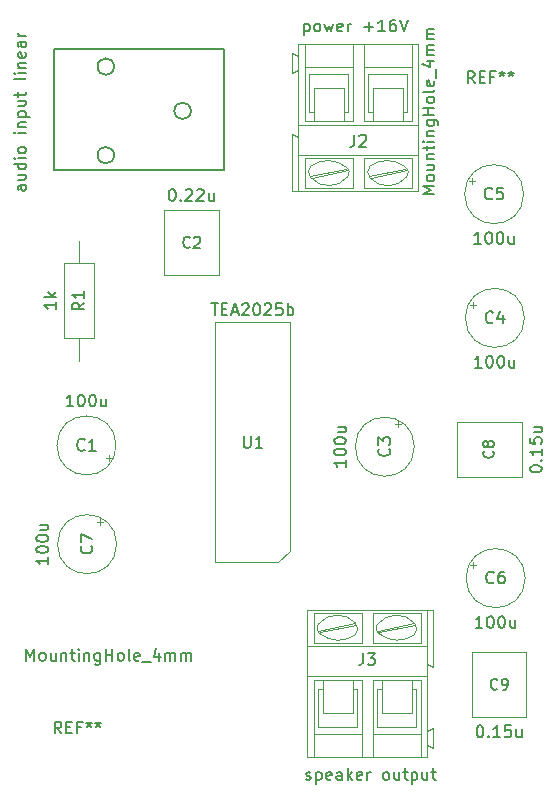
<source format=gbr>
G04 #@! TF.GenerationSoftware,KiCad,Pcbnew,5.0.2-5.fc29*
G04 #@! TF.CreationDate,2019-04-05T16:49:51+02:00*
G04 #@! TF.ProjectId,tea2025b_amp,74656132-3032-4356-925f-616d702e6b69,v1.0*
G04 #@! TF.SameCoordinates,Original*
G04 #@! TF.FileFunction,Other,Fab,Top*
%FSLAX46Y46*%
G04 Gerber Fmt 4.6, Leading zero omitted, Abs format (unit mm)*
G04 Created by KiCad (PCBNEW 5.0.2-5.fc29) date pią, 5 kwi 2019, 16:49:51*
%MOMM*%
%LPD*%
G01*
G04 APERTURE LIST*
%ADD10C,0.100000*%
%ADD11C,0.150000*%
%ADD12C,0.138000*%
G04 APERTURE END LIST*
D10*
G04 #@! TO.C,J3*
X152361028Y-112352801D02*
G75*
G03X152504000Y-113281500I432972J-408699D01*
G01*
X155463976Y-112339966D02*
G75*
G03X152304000Y-112411500I-1549976J-1361534D01*
G01*
X152464171Y-113252918D02*
G75*
G03X155454000Y-113291500I1519829J1911418D01*
G01*
X155409620Y-113325496D02*
G75*
G03X155454000Y-112361500I-455620J503996D01*
G01*
X157361028Y-112352801D02*
G75*
G03X157504000Y-113281500I432972J-408699D01*
G01*
X160462239Y-112349813D02*
G75*
G03X157314000Y-112411500I-1548239J-1351687D01*
G01*
X157471667Y-113243237D02*
G75*
G03X160454000Y-113291500I1522333J1901737D01*
G01*
X160409532Y-113335495D02*
G75*
G03X160464000Y-112361500I-455532J513995D01*
G01*
X157284000Y-117161500D02*
X160594000Y-117161500D01*
X156904000Y-117161500D02*
X157284000Y-117161500D01*
X160974000Y-117161500D02*
X160594000Y-117161500D01*
X160594000Y-116771500D02*
X157284000Y-116771500D01*
X161534000Y-116771500D02*
X160594000Y-116771500D01*
X155584000Y-116771500D02*
X157284000Y-116771500D01*
X152284000Y-116771500D02*
X155584000Y-116771500D01*
X151344000Y-116771500D02*
X152284000Y-116771500D01*
X155584000Y-117161500D02*
X152284000Y-117161500D01*
X155964000Y-117161500D02*
X155584000Y-117161500D01*
X151904000Y-117161500D02*
X152284000Y-117161500D01*
X152434000Y-113091500D02*
X155484000Y-112461500D01*
X152304000Y-112961500D02*
X155364000Y-112331500D01*
X157444000Y-113091500D02*
X160484000Y-112461500D01*
X157314000Y-112961500D02*
X160364000Y-112331500D01*
X155964000Y-111441500D02*
X151904000Y-111441500D01*
X151904000Y-113981500D02*
X151904000Y-111441500D01*
X155964000Y-113981500D02*
X151904000Y-113981500D01*
X155964000Y-113981500D02*
X155964000Y-111441500D01*
X160974000Y-113981500D02*
X156904000Y-113981500D01*
X160974000Y-111441500D02*
X160974000Y-113981500D01*
X156904000Y-111441500D02*
X160974000Y-111441500D01*
X156904000Y-113981500D02*
X156904000Y-111441500D01*
X161534000Y-114241500D02*
X161534000Y-115761500D01*
X151344000Y-114241500D02*
X151344000Y-111191500D01*
X151344000Y-114241500D02*
X161534000Y-114241500D01*
X161534000Y-116771500D02*
X161534000Y-121471500D01*
X161534000Y-115761500D02*
X161534000Y-116771500D01*
X151344000Y-116771500D02*
X151344000Y-114241500D01*
X151344000Y-123631500D02*
X151344000Y-116771500D01*
X160594000Y-117921500D02*
X160204000Y-117921500D01*
X157284000Y-117921500D02*
X157664000Y-117921500D01*
X155584000Y-117921500D02*
X155204000Y-117921500D01*
X152284000Y-117921500D02*
X152664000Y-117921500D01*
X152284000Y-121091500D02*
X152284000Y-117921500D01*
X155584000Y-121091500D02*
X152284000Y-121091500D01*
X155584000Y-121091500D02*
X155584000Y-117921500D01*
X157284000Y-121091500D02*
X157284000Y-117921500D01*
X160594000Y-121091500D02*
X157284000Y-121091500D01*
X160594000Y-121091500D02*
X160594000Y-117921500D01*
X151904000Y-121731500D02*
X151904000Y-123631500D01*
X155964000Y-121731500D02*
X155964000Y-117161500D01*
X155964000Y-121731500D02*
X151904000Y-121731500D01*
X160974000Y-121731500D02*
X160974000Y-123631500D01*
X156904000Y-121731500D02*
X156904000Y-117161500D01*
X156904000Y-121731500D02*
X160974000Y-121731500D01*
X151904000Y-123631500D02*
X155964000Y-123631500D01*
X151344000Y-123631500D02*
X151904000Y-123631500D01*
X151904000Y-117161500D02*
X151904000Y-121731500D01*
X155964000Y-123631500D02*
X156904000Y-123631500D01*
X155964000Y-123631500D02*
X155964000Y-121731500D01*
X160974000Y-123631500D02*
X161534000Y-123631500D01*
X156904000Y-123631500D02*
X160974000Y-123631500D01*
X160974000Y-117161500D02*
X160974000Y-121731500D01*
X156904000Y-123631500D02*
X156904000Y-121731500D01*
X162034000Y-121221500D02*
X162034000Y-122871500D01*
X161534000Y-121471500D02*
X161534000Y-122621500D01*
X162034000Y-121221500D02*
X161534000Y-121471500D01*
X161534000Y-122621500D02*
X161534000Y-123631500D01*
X162034000Y-122871500D02*
X161534000Y-122621500D01*
X162034000Y-116011500D02*
X161534000Y-115761500D01*
X162034000Y-111191500D02*
X162034000Y-116011500D01*
X161534000Y-111191500D02*
X162034000Y-111191500D01*
X161534000Y-111191500D02*
X151344000Y-111191500D01*
X161534000Y-111191500D02*
X161534000Y-114241500D01*
X157664000Y-119951500D02*
X157664000Y-117161500D01*
X157664000Y-117161500D02*
X160204000Y-117161500D01*
X160204000Y-119951500D02*
X160204000Y-117161500D01*
X157664000Y-119951500D02*
X160204000Y-119951500D01*
X152664000Y-119951500D02*
X152664000Y-117161500D01*
X152664000Y-117161500D02*
X155204000Y-117161500D01*
X155204000Y-119951500D02*
X155204000Y-117161500D01*
X152664000Y-119951500D02*
X155204000Y-119951500D01*
G04 #@! TO.C,J2*
X159438500Y-66992500D02*
X156898500Y-66992500D01*
X156898500Y-66992500D02*
X156898500Y-69782500D01*
X159438500Y-69782500D02*
X156898500Y-69782500D01*
X159438500Y-66992500D02*
X159438500Y-69782500D01*
X154438500Y-66992500D02*
X151898500Y-66992500D01*
X151898500Y-66992500D02*
X151898500Y-69782500D01*
X154438500Y-69782500D02*
X151898500Y-69782500D01*
X154438500Y-66992500D02*
X154438500Y-69782500D01*
X150568500Y-75752500D02*
X150568500Y-72702500D01*
X150568500Y-75752500D02*
X160758500Y-75752500D01*
X150568500Y-75752500D02*
X150068500Y-75752500D01*
X150068500Y-75752500D02*
X150068500Y-70932500D01*
X150068500Y-70932500D02*
X150568500Y-71182500D01*
X150068500Y-64072500D02*
X150568500Y-64322500D01*
X150568500Y-64322500D02*
X150568500Y-63312500D01*
X150068500Y-65722500D02*
X150568500Y-65472500D01*
X150568500Y-65472500D02*
X150568500Y-64322500D01*
X150068500Y-65722500D02*
X150068500Y-64072500D01*
X155198500Y-63312500D02*
X155198500Y-65212500D01*
X151128500Y-69782500D02*
X151128500Y-65212500D01*
X155198500Y-63312500D02*
X151128500Y-63312500D01*
X151128500Y-63312500D02*
X150568500Y-63312500D01*
X156138500Y-63312500D02*
X156138500Y-65212500D01*
X156138500Y-63312500D02*
X155198500Y-63312500D01*
X160198500Y-69782500D02*
X160198500Y-65212500D01*
X160758500Y-63312500D02*
X160198500Y-63312500D01*
X160198500Y-63312500D02*
X156138500Y-63312500D01*
X155198500Y-65212500D02*
X151128500Y-65212500D01*
X155198500Y-65212500D02*
X155198500Y-69782500D01*
X151128500Y-65212500D02*
X151128500Y-63312500D01*
X156138500Y-65212500D02*
X160198500Y-65212500D01*
X156138500Y-65212500D02*
X156138500Y-69782500D01*
X160198500Y-65212500D02*
X160198500Y-63312500D01*
X151508500Y-65852500D02*
X151508500Y-69022500D01*
X151508500Y-65852500D02*
X154818500Y-65852500D01*
X154818500Y-65852500D02*
X154818500Y-69022500D01*
X156518500Y-65852500D02*
X156518500Y-69022500D01*
X156518500Y-65852500D02*
X159818500Y-65852500D01*
X159818500Y-65852500D02*
X159818500Y-69022500D01*
X159818500Y-69022500D02*
X159438500Y-69022500D01*
X156518500Y-69022500D02*
X156898500Y-69022500D01*
X154818500Y-69022500D02*
X154438500Y-69022500D01*
X151508500Y-69022500D02*
X151898500Y-69022500D01*
X160758500Y-63312500D02*
X160758500Y-70172500D01*
X160758500Y-70172500D02*
X160758500Y-72702500D01*
X150568500Y-71182500D02*
X150568500Y-70172500D01*
X150568500Y-70172500D02*
X150568500Y-65472500D01*
X160758500Y-72702500D02*
X150568500Y-72702500D01*
X160758500Y-72702500D02*
X160758500Y-75752500D01*
X150568500Y-72702500D02*
X150568500Y-71182500D01*
X155198500Y-72962500D02*
X155198500Y-75502500D01*
X155198500Y-75502500D02*
X151128500Y-75502500D01*
X151128500Y-75502500D02*
X151128500Y-72962500D01*
X151128500Y-72962500D02*
X155198500Y-72962500D01*
X156138500Y-72962500D02*
X156138500Y-75502500D01*
X156138500Y-72962500D02*
X160198500Y-72962500D01*
X160198500Y-72962500D02*
X160198500Y-75502500D01*
X156138500Y-75502500D02*
X160198500Y-75502500D01*
X154788500Y-73982500D02*
X151738500Y-74612500D01*
X154658500Y-73852500D02*
X151618500Y-74482500D01*
X159798500Y-73982500D02*
X156738500Y-74612500D01*
X159668500Y-73852500D02*
X156618500Y-74482500D01*
X160198500Y-69782500D02*
X159818500Y-69782500D01*
X156138500Y-69782500D02*
X156518500Y-69782500D01*
X156518500Y-69782500D02*
X159818500Y-69782500D01*
X160758500Y-70172500D02*
X159818500Y-70172500D01*
X159818500Y-70172500D02*
X156518500Y-70172500D01*
X156518500Y-70172500D02*
X154818500Y-70172500D01*
X150568500Y-70172500D02*
X151508500Y-70172500D01*
X151508500Y-70172500D02*
X154818500Y-70172500D01*
X151128500Y-69782500D02*
X151508500Y-69782500D01*
X155198500Y-69782500D02*
X154818500Y-69782500D01*
X154818500Y-69782500D02*
X151508500Y-69782500D01*
X151692968Y-73608505D02*
G75*
G03X151638500Y-74582500I455532J-513995D01*
G01*
X154630833Y-73700763D02*
G75*
G03X151648500Y-73652500I-1522333J-1901737D01*
G01*
X151640261Y-74594187D02*
G75*
G03X154788500Y-74532500I1548239J1351687D01*
G01*
X154741472Y-74591199D02*
G75*
G03X154598500Y-73662500I-432972J408699D01*
G01*
X156692880Y-73618504D02*
G75*
G03X156648500Y-74582500I455620J-503996D01*
G01*
X159638329Y-73691082D02*
G75*
G03X156648500Y-73652500I-1519829J-1911418D01*
G01*
X156638524Y-74604034D02*
G75*
G03X159798500Y-74532500I1549976J1361534D01*
G01*
X159741472Y-74591199D02*
G75*
G03X159598500Y-73662500I-432972J408699D01*
G01*
D11*
G04 #@! TO.C,J1*
X135002500Y-65211000D02*
G75*
G03X135002500Y-65211000I-700000J0D01*
G01*
X135002500Y-72711000D02*
G75*
G03X135002500Y-72711000I-700000J0D01*
G01*
X141502500Y-68961000D02*
G75*
G03X141502500Y-68961000I-700000J0D01*
G01*
X129952500Y-73961000D02*
X129952500Y-63811000D01*
X144302500Y-73961000D02*
X144302500Y-63811000D01*
X129933700Y-73961000D02*
X144259300Y-73961000D01*
X129933700Y-63761000D02*
X144310100Y-63761000D01*
D10*
G04 #@! TO.C,C2*
X139261500Y-82887000D02*
X143861500Y-82887000D01*
X139261500Y-77387000D02*
X139261500Y-82887000D01*
X143861500Y-77387000D02*
X139261500Y-77387000D01*
X143861500Y-82887000D02*
X143861500Y-77387000D01*
G04 #@! TO.C,C7*
X134052500Y-103764395D02*
X133552500Y-103764395D01*
X133802500Y-103514395D02*
X133802500Y-104014395D01*
X135215000Y-105648000D02*
G75*
G03X135215000Y-105648000I-2500000J0D01*
G01*
G04 #@! TO.C,C6*
X165422895Y-107184000D02*
X165422895Y-107684000D01*
X165172895Y-107434000D02*
X165672895Y-107434000D01*
X169806500Y-108521500D02*
G75*
G03X169806500Y-108521500I-2500000J0D01*
G01*
G04 #@! TO.C,C5*
X165295895Y-74672000D02*
X165295895Y-75172000D01*
X165045895Y-74922000D02*
X165545895Y-74922000D01*
X169679500Y-76009500D02*
G75*
G03X169679500Y-76009500I-2500000J0D01*
G01*
G04 #@! TO.C,C4*
X165359395Y-85149500D02*
X165359395Y-85649500D01*
X165109395Y-85399500D02*
X165609395Y-85399500D01*
X169743000Y-86487000D02*
G75*
G03X169743000Y-86487000I-2500000J0D01*
G01*
G04 #@! TO.C,C3*
X159262000Y-95509395D02*
X158762000Y-95509395D01*
X159012000Y-95259395D02*
X159012000Y-95759395D01*
X160424500Y-97393000D02*
G75*
G03X160424500Y-97393000I-2500000J0D01*
G01*
G04 #@! TO.C,C1*
X134551105Y-98619500D02*
X134551105Y-98119500D01*
X134801105Y-98369500D02*
X134301105Y-98369500D01*
X135167500Y-97282000D02*
G75*
G03X135167500Y-97282000I-2500000J0D01*
G01*
G04 #@! TO.C,C9*
X169920000Y-114788500D02*
X165320000Y-114788500D01*
X169920000Y-120288500D02*
X169920000Y-114788500D01*
X165320000Y-120288500D02*
X169920000Y-120288500D01*
X165320000Y-114788500D02*
X165320000Y-120288500D01*
G04 #@! TO.C,C8*
X164001000Y-95319500D02*
X164001000Y-99919500D01*
X169501000Y-95319500D02*
X164001000Y-95319500D01*
X169501000Y-99919500D02*
X169501000Y-95319500D01*
X164001000Y-99919500D02*
X169501000Y-99919500D01*
G04 #@! TO.C,R1*
X132016500Y-90107000D02*
X132016500Y-88177000D01*
X132016500Y-79947000D02*
X132016500Y-81877000D01*
X133266500Y-88177000D02*
X133266500Y-81877000D01*
X130766500Y-88177000D02*
X133266500Y-88177000D01*
X130766500Y-81877000D02*
X130766500Y-88177000D01*
X133266500Y-81877000D02*
X130766500Y-81877000D01*
G04 #@! TO.C,U1*
X149923500Y-106188000D02*
X148923500Y-107188000D01*
X149923500Y-86868000D02*
X149923500Y-106188000D01*
X143573500Y-86868000D02*
X149923500Y-86868000D01*
X143573500Y-107188000D02*
X143573500Y-86868000D01*
X148923500Y-107188000D02*
X143573500Y-107188000D01*
G04 #@! TD*
G04 #@! TO.C,J3*
D11*
X151251619Y-125566261D02*
X151346857Y-125613880D01*
X151537333Y-125613880D01*
X151632571Y-125566261D01*
X151680190Y-125471023D01*
X151680190Y-125423404D01*
X151632571Y-125328166D01*
X151537333Y-125280547D01*
X151394476Y-125280547D01*
X151299238Y-125232928D01*
X151251619Y-125137690D01*
X151251619Y-125090071D01*
X151299238Y-124994833D01*
X151394476Y-124947214D01*
X151537333Y-124947214D01*
X151632571Y-124994833D01*
X152108761Y-124947214D02*
X152108761Y-125947214D01*
X152108761Y-124994833D02*
X152204000Y-124947214D01*
X152394476Y-124947214D01*
X152489714Y-124994833D01*
X152537333Y-125042452D01*
X152584952Y-125137690D01*
X152584952Y-125423404D01*
X152537333Y-125518642D01*
X152489714Y-125566261D01*
X152394476Y-125613880D01*
X152204000Y-125613880D01*
X152108761Y-125566261D01*
X153394476Y-125566261D02*
X153299238Y-125613880D01*
X153108761Y-125613880D01*
X153013523Y-125566261D01*
X152965904Y-125471023D01*
X152965904Y-125090071D01*
X153013523Y-124994833D01*
X153108761Y-124947214D01*
X153299238Y-124947214D01*
X153394476Y-124994833D01*
X153442095Y-125090071D01*
X153442095Y-125185309D01*
X152965904Y-125280547D01*
X154299238Y-125613880D02*
X154299238Y-125090071D01*
X154251619Y-124994833D01*
X154156380Y-124947214D01*
X153965904Y-124947214D01*
X153870666Y-124994833D01*
X154299238Y-125566261D02*
X154204000Y-125613880D01*
X153965904Y-125613880D01*
X153870666Y-125566261D01*
X153823047Y-125471023D01*
X153823047Y-125375785D01*
X153870666Y-125280547D01*
X153965904Y-125232928D01*
X154204000Y-125232928D01*
X154299238Y-125185309D01*
X154775428Y-125613880D02*
X154775428Y-124613880D01*
X154870666Y-125232928D02*
X155156380Y-125613880D01*
X155156380Y-124947214D02*
X154775428Y-125328166D01*
X155965904Y-125566261D02*
X155870666Y-125613880D01*
X155680190Y-125613880D01*
X155584952Y-125566261D01*
X155537333Y-125471023D01*
X155537333Y-125090071D01*
X155584952Y-124994833D01*
X155680190Y-124947214D01*
X155870666Y-124947214D01*
X155965904Y-124994833D01*
X156013523Y-125090071D01*
X156013523Y-125185309D01*
X155537333Y-125280547D01*
X156442095Y-125613880D02*
X156442095Y-124947214D01*
X156442095Y-125137690D02*
X156489714Y-125042452D01*
X156537333Y-124994833D01*
X156632571Y-124947214D01*
X156727809Y-124947214D01*
X157965904Y-125613880D02*
X157870666Y-125566261D01*
X157823047Y-125518642D01*
X157775428Y-125423404D01*
X157775428Y-125137690D01*
X157823047Y-125042452D01*
X157870666Y-124994833D01*
X157965904Y-124947214D01*
X158108761Y-124947214D01*
X158204000Y-124994833D01*
X158251619Y-125042452D01*
X158299238Y-125137690D01*
X158299238Y-125423404D01*
X158251619Y-125518642D01*
X158204000Y-125566261D01*
X158108761Y-125613880D01*
X157965904Y-125613880D01*
X159156380Y-124947214D02*
X159156380Y-125613880D01*
X158727809Y-124947214D02*
X158727809Y-125471023D01*
X158775428Y-125566261D01*
X158870666Y-125613880D01*
X159013523Y-125613880D01*
X159108761Y-125566261D01*
X159156380Y-125518642D01*
X159489714Y-124947214D02*
X159870666Y-124947214D01*
X159632571Y-124613880D02*
X159632571Y-125471023D01*
X159680190Y-125566261D01*
X159775428Y-125613880D01*
X159870666Y-125613880D01*
X160204000Y-124947214D02*
X160204000Y-125947214D01*
X160204000Y-124994833D02*
X160299238Y-124947214D01*
X160489714Y-124947214D01*
X160584952Y-124994833D01*
X160632571Y-125042452D01*
X160680190Y-125137690D01*
X160680190Y-125423404D01*
X160632571Y-125518642D01*
X160584952Y-125566261D01*
X160489714Y-125613880D01*
X160299238Y-125613880D01*
X160204000Y-125566261D01*
X161537333Y-124947214D02*
X161537333Y-125613880D01*
X161108761Y-124947214D02*
X161108761Y-125471023D01*
X161156380Y-125566261D01*
X161251619Y-125613880D01*
X161394476Y-125613880D01*
X161489714Y-125566261D01*
X161537333Y-125518642D01*
X161870666Y-124947214D02*
X162251619Y-124947214D01*
X162013523Y-124613880D02*
X162013523Y-125471023D01*
X162061142Y-125566261D01*
X162156380Y-125613880D01*
X162251619Y-125613880D01*
X156090666Y-114863880D02*
X156090666Y-115578166D01*
X156043047Y-115721023D01*
X155947809Y-115816261D01*
X155804952Y-115863880D01*
X155709714Y-115863880D01*
X156471619Y-114863880D02*
X157090666Y-114863880D01*
X156757333Y-115244833D01*
X156900190Y-115244833D01*
X156995428Y-115292452D01*
X157043047Y-115340071D01*
X157090666Y-115435309D01*
X157090666Y-115673404D01*
X157043047Y-115768642D01*
X156995428Y-115816261D01*
X156900190Y-115863880D01*
X156614476Y-115863880D01*
X156519238Y-115816261D01*
X156471619Y-115768642D01*
G04 #@! TO.C,J2*
X151088976Y-61568214D02*
X151088976Y-62568214D01*
X151088976Y-61615833D02*
X151184214Y-61568214D01*
X151374690Y-61568214D01*
X151469928Y-61615833D01*
X151517547Y-61663452D01*
X151565166Y-61758690D01*
X151565166Y-62044404D01*
X151517547Y-62139642D01*
X151469928Y-62187261D01*
X151374690Y-62234880D01*
X151184214Y-62234880D01*
X151088976Y-62187261D01*
X152136595Y-62234880D02*
X152041357Y-62187261D01*
X151993738Y-62139642D01*
X151946119Y-62044404D01*
X151946119Y-61758690D01*
X151993738Y-61663452D01*
X152041357Y-61615833D01*
X152136595Y-61568214D01*
X152279452Y-61568214D01*
X152374690Y-61615833D01*
X152422309Y-61663452D01*
X152469928Y-61758690D01*
X152469928Y-62044404D01*
X152422309Y-62139642D01*
X152374690Y-62187261D01*
X152279452Y-62234880D01*
X152136595Y-62234880D01*
X152803261Y-61568214D02*
X152993738Y-62234880D01*
X153184214Y-61758690D01*
X153374690Y-62234880D01*
X153565166Y-61568214D01*
X154327071Y-62187261D02*
X154231833Y-62234880D01*
X154041357Y-62234880D01*
X153946119Y-62187261D01*
X153898500Y-62092023D01*
X153898500Y-61711071D01*
X153946119Y-61615833D01*
X154041357Y-61568214D01*
X154231833Y-61568214D01*
X154327071Y-61615833D01*
X154374690Y-61711071D01*
X154374690Y-61806309D01*
X153898500Y-61901547D01*
X154803261Y-62234880D02*
X154803261Y-61568214D01*
X154803261Y-61758690D02*
X154850880Y-61663452D01*
X154898500Y-61615833D01*
X154993738Y-61568214D01*
X155088976Y-61568214D01*
X156184214Y-61853928D02*
X156946119Y-61853928D01*
X156565166Y-62234880D02*
X156565166Y-61472976D01*
X157946119Y-62234880D02*
X157374690Y-62234880D01*
X157660404Y-62234880D02*
X157660404Y-61234880D01*
X157565166Y-61377738D01*
X157469928Y-61472976D01*
X157374690Y-61520595D01*
X158803261Y-61234880D02*
X158612785Y-61234880D01*
X158517547Y-61282500D01*
X158469928Y-61330119D01*
X158374690Y-61472976D01*
X158327071Y-61663452D01*
X158327071Y-62044404D01*
X158374690Y-62139642D01*
X158422309Y-62187261D01*
X158517547Y-62234880D01*
X158708023Y-62234880D01*
X158803261Y-62187261D01*
X158850880Y-62139642D01*
X158898500Y-62044404D01*
X158898500Y-61806309D01*
X158850880Y-61711071D01*
X158803261Y-61663452D01*
X158708023Y-61615833D01*
X158517547Y-61615833D01*
X158422309Y-61663452D01*
X158374690Y-61711071D01*
X158327071Y-61806309D01*
X159184214Y-61234880D02*
X159517547Y-62234880D01*
X159850880Y-61234880D01*
X155345166Y-70984880D02*
X155345166Y-71699166D01*
X155297547Y-71842023D01*
X155202309Y-71937261D01*
X155059452Y-71984880D01*
X154964214Y-71984880D01*
X155773738Y-71080119D02*
X155821357Y-71032500D01*
X155916595Y-70984880D01*
X156154690Y-70984880D01*
X156249928Y-71032500D01*
X156297547Y-71080119D01*
X156345166Y-71175357D01*
X156345166Y-71270595D01*
X156297547Y-71413452D01*
X155726119Y-71984880D01*
X156345166Y-71984880D01*
G04 #@! TO.C,J1*
X127541280Y-75254666D02*
X127017471Y-75254666D01*
X126922233Y-75302285D01*
X126874614Y-75397523D01*
X126874614Y-75588000D01*
X126922233Y-75683238D01*
X127493661Y-75254666D02*
X127541280Y-75349904D01*
X127541280Y-75588000D01*
X127493661Y-75683238D01*
X127398423Y-75730857D01*
X127303185Y-75730857D01*
X127207947Y-75683238D01*
X127160328Y-75588000D01*
X127160328Y-75349904D01*
X127112709Y-75254666D01*
X126874614Y-74349904D02*
X127541280Y-74349904D01*
X126874614Y-74778476D02*
X127398423Y-74778476D01*
X127493661Y-74730857D01*
X127541280Y-74635619D01*
X127541280Y-74492761D01*
X127493661Y-74397523D01*
X127446042Y-74349904D01*
X127541280Y-73445142D02*
X126541280Y-73445142D01*
X127493661Y-73445142D02*
X127541280Y-73540380D01*
X127541280Y-73730857D01*
X127493661Y-73826095D01*
X127446042Y-73873714D01*
X127350804Y-73921333D01*
X127065090Y-73921333D01*
X126969852Y-73873714D01*
X126922233Y-73826095D01*
X126874614Y-73730857D01*
X126874614Y-73540380D01*
X126922233Y-73445142D01*
X127541280Y-72968952D02*
X126874614Y-72968952D01*
X126541280Y-72968952D02*
X126588900Y-73016571D01*
X126636519Y-72968952D01*
X126588900Y-72921333D01*
X126541280Y-72968952D01*
X126636519Y-72968952D01*
X127541280Y-72349904D02*
X127493661Y-72445142D01*
X127446042Y-72492761D01*
X127350804Y-72540380D01*
X127065090Y-72540380D01*
X126969852Y-72492761D01*
X126922233Y-72445142D01*
X126874614Y-72349904D01*
X126874614Y-72207047D01*
X126922233Y-72111809D01*
X126969852Y-72064190D01*
X127065090Y-72016571D01*
X127350804Y-72016571D01*
X127446042Y-72064190D01*
X127493661Y-72111809D01*
X127541280Y-72207047D01*
X127541280Y-72349904D01*
X127541280Y-70826095D02*
X126874614Y-70826095D01*
X126541280Y-70826095D02*
X126588900Y-70873714D01*
X126636519Y-70826095D01*
X126588900Y-70778476D01*
X126541280Y-70826095D01*
X126636519Y-70826095D01*
X126874614Y-70349904D02*
X127541280Y-70349904D01*
X126969852Y-70349904D02*
X126922233Y-70302285D01*
X126874614Y-70207047D01*
X126874614Y-70064190D01*
X126922233Y-69968952D01*
X127017471Y-69921333D01*
X127541280Y-69921333D01*
X126874614Y-69445142D02*
X127874614Y-69445142D01*
X126922233Y-69445142D02*
X126874614Y-69349904D01*
X126874614Y-69159428D01*
X126922233Y-69064190D01*
X126969852Y-69016571D01*
X127065090Y-68968952D01*
X127350804Y-68968952D01*
X127446042Y-69016571D01*
X127493661Y-69064190D01*
X127541280Y-69159428D01*
X127541280Y-69349904D01*
X127493661Y-69445142D01*
X126874614Y-68111809D02*
X127541280Y-68111809D01*
X126874614Y-68540380D02*
X127398423Y-68540380D01*
X127493661Y-68492761D01*
X127541280Y-68397523D01*
X127541280Y-68254666D01*
X127493661Y-68159428D01*
X127446042Y-68111809D01*
X126874614Y-67778476D02*
X126874614Y-67397523D01*
X126541280Y-67635619D02*
X127398423Y-67635619D01*
X127493661Y-67588000D01*
X127541280Y-67492761D01*
X127541280Y-67397523D01*
X127541280Y-66159428D02*
X127493661Y-66254666D01*
X127398423Y-66302285D01*
X126541280Y-66302285D01*
X127541280Y-65778476D02*
X126874614Y-65778476D01*
X126541280Y-65778476D02*
X126588900Y-65826095D01*
X126636519Y-65778476D01*
X126588900Y-65730857D01*
X126541280Y-65778476D01*
X126636519Y-65778476D01*
X126874614Y-65302285D02*
X127541280Y-65302285D01*
X126969852Y-65302285D02*
X126922233Y-65254666D01*
X126874614Y-65159428D01*
X126874614Y-65016571D01*
X126922233Y-64921333D01*
X127017471Y-64873714D01*
X127541280Y-64873714D01*
X127493661Y-64016571D02*
X127541280Y-64111809D01*
X127541280Y-64302285D01*
X127493661Y-64397523D01*
X127398423Y-64445142D01*
X127017471Y-64445142D01*
X126922233Y-64397523D01*
X126874614Y-64302285D01*
X126874614Y-64111809D01*
X126922233Y-64016571D01*
X127017471Y-63968952D01*
X127112709Y-63968952D01*
X127207947Y-64445142D01*
X127541280Y-63111809D02*
X127017471Y-63111809D01*
X126922233Y-63159428D01*
X126874614Y-63254666D01*
X126874614Y-63445142D01*
X126922233Y-63540380D01*
X127493661Y-63111809D02*
X127541280Y-63207047D01*
X127541280Y-63445142D01*
X127493661Y-63540380D01*
X127398423Y-63588000D01*
X127303185Y-63588000D01*
X127207947Y-63540380D01*
X127160328Y-63445142D01*
X127160328Y-63207047D01*
X127112709Y-63111809D01*
X127541280Y-62635619D02*
X126874614Y-62635619D01*
X127065090Y-62635619D02*
X126969852Y-62588000D01*
X126922233Y-62540380D01*
X126874614Y-62445142D01*
X126874614Y-62349904D01*
G04 #@! TO.C,C2*
X139871023Y-75589380D02*
X139966261Y-75589380D01*
X140061500Y-75637000D01*
X140109119Y-75684619D01*
X140156738Y-75779857D01*
X140204357Y-75970333D01*
X140204357Y-76208428D01*
X140156738Y-76398904D01*
X140109119Y-76494142D01*
X140061500Y-76541761D01*
X139966261Y-76589380D01*
X139871023Y-76589380D01*
X139775785Y-76541761D01*
X139728166Y-76494142D01*
X139680547Y-76398904D01*
X139632928Y-76208428D01*
X139632928Y-75970333D01*
X139680547Y-75779857D01*
X139728166Y-75684619D01*
X139775785Y-75637000D01*
X139871023Y-75589380D01*
X140632928Y-76494142D02*
X140680547Y-76541761D01*
X140632928Y-76589380D01*
X140585309Y-76541761D01*
X140632928Y-76494142D01*
X140632928Y-76589380D01*
X141061500Y-75684619D02*
X141109119Y-75637000D01*
X141204357Y-75589380D01*
X141442452Y-75589380D01*
X141537690Y-75637000D01*
X141585309Y-75684619D01*
X141632928Y-75779857D01*
X141632928Y-75875095D01*
X141585309Y-76017952D01*
X141013880Y-76589380D01*
X141632928Y-76589380D01*
X142013880Y-75684619D02*
X142061500Y-75637000D01*
X142156738Y-75589380D01*
X142394833Y-75589380D01*
X142490071Y-75637000D01*
X142537690Y-75684619D01*
X142585309Y-75779857D01*
X142585309Y-75875095D01*
X142537690Y-76017952D01*
X141966261Y-76589380D01*
X142585309Y-76589380D01*
X143442452Y-75922714D02*
X143442452Y-76589380D01*
X143013880Y-75922714D02*
X143013880Y-76446523D01*
X143061500Y-76541761D01*
X143156738Y-76589380D01*
X143299595Y-76589380D01*
X143394833Y-76541761D01*
X143442452Y-76494142D01*
D12*
X141408166Y-80465571D02*
X141364357Y-80509380D01*
X141232928Y-80553190D01*
X141145309Y-80553190D01*
X141013880Y-80509380D01*
X140926261Y-80421761D01*
X140882452Y-80334142D01*
X140838642Y-80158904D01*
X140838642Y-80027476D01*
X140882452Y-79852238D01*
X140926261Y-79764619D01*
X141013880Y-79677000D01*
X141145309Y-79633190D01*
X141232928Y-79633190D01*
X141364357Y-79677000D01*
X141408166Y-79720809D01*
X141758642Y-79720809D02*
X141802452Y-79677000D01*
X141890071Y-79633190D01*
X142109119Y-79633190D01*
X142196738Y-79677000D01*
X142240547Y-79720809D01*
X142284357Y-79808428D01*
X142284357Y-79896047D01*
X142240547Y-80027476D01*
X141714833Y-80553190D01*
X142284357Y-80553190D01*
G04 #@! TO.C,C7*
D11*
X129417380Y-106767047D02*
X129417380Y-107338476D01*
X129417380Y-107052761D02*
X128417380Y-107052761D01*
X128560238Y-107148000D01*
X128655476Y-107243238D01*
X128703095Y-107338476D01*
X128417380Y-106148000D02*
X128417380Y-106052761D01*
X128465000Y-105957523D01*
X128512619Y-105909904D01*
X128607857Y-105862285D01*
X128798333Y-105814666D01*
X129036428Y-105814666D01*
X129226904Y-105862285D01*
X129322142Y-105909904D01*
X129369761Y-105957523D01*
X129417380Y-106052761D01*
X129417380Y-106148000D01*
X129369761Y-106243238D01*
X129322142Y-106290857D01*
X129226904Y-106338476D01*
X129036428Y-106386095D01*
X128798333Y-106386095D01*
X128607857Y-106338476D01*
X128512619Y-106290857D01*
X128465000Y-106243238D01*
X128417380Y-106148000D01*
X128417380Y-105195619D02*
X128417380Y-105100380D01*
X128465000Y-105005142D01*
X128512619Y-104957523D01*
X128607857Y-104909904D01*
X128798333Y-104862285D01*
X129036428Y-104862285D01*
X129226904Y-104909904D01*
X129322142Y-104957523D01*
X129369761Y-105005142D01*
X129417380Y-105100380D01*
X129417380Y-105195619D01*
X129369761Y-105290857D01*
X129322142Y-105338476D01*
X129226904Y-105386095D01*
X129036428Y-105433714D01*
X128798333Y-105433714D01*
X128607857Y-105386095D01*
X128512619Y-105338476D01*
X128465000Y-105290857D01*
X128417380Y-105195619D01*
X128750714Y-104005142D02*
X129417380Y-104005142D01*
X128750714Y-104433714D02*
X129274523Y-104433714D01*
X129369761Y-104386095D01*
X129417380Y-104290857D01*
X129417380Y-104148000D01*
X129369761Y-104052761D01*
X129322142Y-104005142D01*
X133072142Y-105814666D02*
X133119761Y-105862285D01*
X133167380Y-106005142D01*
X133167380Y-106100380D01*
X133119761Y-106243238D01*
X133024523Y-106338476D01*
X132929285Y-106386095D01*
X132738809Y-106433714D01*
X132595952Y-106433714D01*
X132405476Y-106386095D01*
X132310238Y-106338476D01*
X132215000Y-106243238D01*
X132167380Y-106100380D01*
X132167380Y-106005142D01*
X132215000Y-105862285D01*
X132262619Y-105814666D01*
X132167380Y-105481333D02*
X132167380Y-104814666D01*
X133167380Y-105243238D01*
G04 #@! TO.C,C6*
X166187452Y-112723880D02*
X165616023Y-112723880D01*
X165901738Y-112723880D02*
X165901738Y-111723880D01*
X165806500Y-111866738D01*
X165711261Y-111961976D01*
X165616023Y-112009595D01*
X166806500Y-111723880D02*
X166901738Y-111723880D01*
X166996976Y-111771500D01*
X167044595Y-111819119D01*
X167092214Y-111914357D01*
X167139833Y-112104833D01*
X167139833Y-112342928D01*
X167092214Y-112533404D01*
X167044595Y-112628642D01*
X166996976Y-112676261D01*
X166901738Y-112723880D01*
X166806500Y-112723880D01*
X166711261Y-112676261D01*
X166663642Y-112628642D01*
X166616023Y-112533404D01*
X166568404Y-112342928D01*
X166568404Y-112104833D01*
X166616023Y-111914357D01*
X166663642Y-111819119D01*
X166711261Y-111771500D01*
X166806500Y-111723880D01*
X167758880Y-111723880D02*
X167854119Y-111723880D01*
X167949357Y-111771500D01*
X167996976Y-111819119D01*
X168044595Y-111914357D01*
X168092214Y-112104833D01*
X168092214Y-112342928D01*
X168044595Y-112533404D01*
X167996976Y-112628642D01*
X167949357Y-112676261D01*
X167854119Y-112723880D01*
X167758880Y-112723880D01*
X167663642Y-112676261D01*
X167616023Y-112628642D01*
X167568404Y-112533404D01*
X167520785Y-112342928D01*
X167520785Y-112104833D01*
X167568404Y-111914357D01*
X167616023Y-111819119D01*
X167663642Y-111771500D01*
X167758880Y-111723880D01*
X168949357Y-112057214D02*
X168949357Y-112723880D01*
X168520785Y-112057214D02*
X168520785Y-112581023D01*
X168568404Y-112676261D01*
X168663642Y-112723880D01*
X168806500Y-112723880D01*
X168901738Y-112676261D01*
X168949357Y-112628642D01*
X167139833Y-108878642D02*
X167092214Y-108926261D01*
X166949357Y-108973880D01*
X166854119Y-108973880D01*
X166711261Y-108926261D01*
X166616023Y-108831023D01*
X166568404Y-108735785D01*
X166520785Y-108545309D01*
X166520785Y-108402452D01*
X166568404Y-108211976D01*
X166616023Y-108116738D01*
X166711261Y-108021500D01*
X166854119Y-107973880D01*
X166949357Y-107973880D01*
X167092214Y-108021500D01*
X167139833Y-108069119D01*
X167996976Y-107973880D02*
X167806500Y-107973880D01*
X167711261Y-108021500D01*
X167663642Y-108069119D01*
X167568404Y-108211976D01*
X167520785Y-108402452D01*
X167520785Y-108783404D01*
X167568404Y-108878642D01*
X167616023Y-108926261D01*
X167711261Y-108973880D01*
X167901738Y-108973880D01*
X167996976Y-108926261D01*
X168044595Y-108878642D01*
X168092214Y-108783404D01*
X168092214Y-108545309D01*
X168044595Y-108450071D01*
X167996976Y-108402452D01*
X167901738Y-108354833D01*
X167711261Y-108354833D01*
X167616023Y-108402452D01*
X167568404Y-108450071D01*
X167520785Y-108545309D01*
G04 #@! TO.C,C5*
X166060452Y-80211880D02*
X165489023Y-80211880D01*
X165774738Y-80211880D02*
X165774738Y-79211880D01*
X165679500Y-79354738D01*
X165584261Y-79449976D01*
X165489023Y-79497595D01*
X166679500Y-79211880D02*
X166774738Y-79211880D01*
X166869976Y-79259500D01*
X166917595Y-79307119D01*
X166965214Y-79402357D01*
X167012833Y-79592833D01*
X167012833Y-79830928D01*
X166965214Y-80021404D01*
X166917595Y-80116642D01*
X166869976Y-80164261D01*
X166774738Y-80211880D01*
X166679500Y-80211880D01*
X166584261Y-80164261D01*
X166536642Y-80116642D01*
X166489023Y-80021404D01*
X166441404Y-79830928D01*
X166441404Y-79592833D01*
X166489023Y-79402357D01*
X166536642Y-79307119D01*
X166584261Y-79259500D01*
X166679500Y-79211880D01*
X167631880Y-79211880D02*
X167727119Y-79211880D01*
X167822357Y-79259500D01*
X167869976Y-79307119D01*
X167917595Y-79402357D01*
X167965214Y-79592833D01*
X167965214Y-79830928D01*
X167917595Y-80021404D01*
X167869976Y-80116642D01*
X167822357Y-80164261D01*
X167727119Y-80211880D01*
X167631880Y-80211880D01*
X167536642Y-80164261D01*
X167489023Y-80116642D01*
X167441404Y-80021404D01*
X167393785Y-79830928D01*
X167393785Y-79592833D01*
X167441404Y-79402357D01*
X167489023Y-79307119D01*
X167536642Y-79259500D01*
X167631880Y-79211880D01*
X168822357Y-79545214D02*
X168822357Y-80211880D01*
X168393785Y-79545214D02*
X168393785Y-80069023D01*
X168441404Y-80164261D01*
X168536642Y-80211880D01*
X168679500Y-80211880D01*
X168774738Y-80164261D01*
X168822357Y-80116642D01*
X167012833Y-76366642D02*
X166965214Y-76414261D01*
X166822357Y-76461880D01*
X166727119Y-76461880D01*
X166584261Y-76414261D01*
X166489023Y-76319023D01*
X166441404Y-76223785D01*
X166393785Y-76033309D01*
X166393785Y-75890452D01*
X166441404Y-75699976D01*
X166489023Y-75604738D01*
X166584261Y-75509500D01*
X166727119Y-75461880D01*
X166822357Y-75461880D01*
X166965214Y-75509500D01*
X167012833Y-75557119D01*
X167917595Y-75461880D02*
X167441404Y-75461880D01*
X167393785Y-75938071D01*
X167441404Y-75890452D01*
X167536642Y-75842833D01*
X167774738Y-75842833D01*
X167869976Y-75890452D01*
X167917595Y-75938071D01*
X167965214Y-76033309D01*
X167965214Y-76271404D01*
X167917595Y-76366642D01*
X167869976Y-76414261D01*
X167774738Y-76461880D01*
X167536642Y-76461880D01*
X167441404Y-76414261D01*
X167393785Y-76366642D01*
G04 #@! TO.C,C4*
X166123952Y-90689380D02*
X165552523Y-90689380D01*
X165838238Y-90689380D02*
X165838238Y-89689380D01*
X165743000Y-89832238D01*
X165647761Y-89927476D01*
X165552523Y-89975095D01*
X166743000Y-89689380D02*
X166838238Y-89689380D01*
X166933476Y-89737000D01*
X166981095Y-89784619D01*
X167028714Y-89879857D01*
X167076333Y-90070333D01*
X167076333Y-90308428D01*
X167028714Y-90498904D01*
X166981095Y-90594142D01*
X166933476Y-90641761D01*
X166838238Y-90689380D01*
X166743000Y-90689380D01*
X166647761Y-90641761D01*
X166600142Y-90594142D01*
X166552523Y-90498904D01*
X166504904Y-90308428D01*
X166504904Y-90070333D01*
X166552523Y-89879857D01*
X166600142Y-89784619D01*
X166647761Y-89737000D01*
X166743000Y-89689380D01*
X167695380Y-89689380D02*
X167790619Y-89689380D01*
X167885857Y-89737000D01*
X167933476Y-89784619D01*
X167981095Y-89879857D01*
X168028714Y-90070333D01*
X168028714Y-90308428D01*
X167981095Y-90498904D01*
X167933476Y-90594142D01*
X167885857Y-90641761D01*
X167790619Y-90689380D01*
X167695380Y-90689380D01*
X167600142Y-90641761D01*
X167552523Y-90594142D01*
X167504904Y-90498904D01*
X167457285Y-90308428D01*
X167457285Y-90070333D01*
X167504904Y-89879857D01*
X167552523Y-89784619D01*
X167600142Y-89737000D01*
X167695380Y-89689380D01*
X168885857Y-90022714D02*
X168885857Y-90689380D01*
X168457285Y-90022714D02*
X168457285Y-90546523D01*
X168504904Y-90641761D01*
X168600142Y-90689380D01*
X168743000Y-90689380D01*
X168838238Y-90641761D01*
X168885857Y-90594142D01*
X167076333Y-86844142D02*
X167028714Y-86891761D01*
X166885857Y-86939380D01*
X166790619Y-86939380D01*
X166647761Y-86891761D01*
X166552523Y-86796523D01*
X166504904Y-86701285D01*
X166457285Y-86510809D01*
X166457285Y-86367952D01*
X166504904Y-86177476D01*
X166552523Y-86082238D01*
X166647761Y-85987000D01*
X166790619Y-85939380D01*
X166885857Y-85939380D01*
X167028714Y-85987000D01*
X167076333Y-86034619D01*
X167933476Y-86272714D02*
X167933476Y-86939380D01*
X167695380Y-85891761D02*
X167457285Y-86606047D01*
X168076333Y-86606047D01*
G04 #@! TO.C,C3*
X154626880Y-98512047D02*
X154626880Y-99083476D01*
X154626880Y-98797761D02*
X153626880Y-98797761D01*
X153769738Y-98893000D01*
X153864976Y-98988238D01*
X153912595Y-99083476D01*
X153626880Y-97893000D02*
X153626880Y-97797761D01*
X153674500Y-97702523D01*
X153722119Y-97654904D01*
X153817357Y-97607285D01*
X154007833Y-97559666D01*
X154245928Y-97559666D01*
X154436404Y-97607285D01*
X154531642Y-97654904D01*
X154579261Y-97702523D01*
X154626880Y-97797761D01*
X154626880Y-97893000D01*
X154579261Y-97988238D01*
X154531642Y-98035857D01*
X154436404Y-98083476D01*
X154245928Y-98131095D01*
X154007833Y-98131095D01*
X153817357Y-98083476D01*
X153722119Y-98035857D01*
X153674500Y-97988238D01*
X153626880Y-97893000D01*
X153626880Y-96940619D02*
X153626880Y-96845380D01*
X153674500Y-96750142D01*
X153722119Y-96702523D01*
X153817357Y-96654904D01*
X154007833Y-96607285D01*
X154245928Y-96607285D01*
X154436404Y-96654904D01*
X154531642Y-96702523D01*
X154579261Y-96750142D01*
X154626880Y-96845380D01*
X154626880Y-96940619D01*
X154579261Y-97035857D01*
X154531642Y-97083476D01*
X154436404Y-97131095D01*
X154245928Y-97178714D01*
X154007833Y-97178714D01*
X153817357Y-97131095D01*
X153722119Y-97083476D01*
X153674500Y-97035857D01*
X153626880Y-96940619D01*
X153960214Y-95750142D02*
X154626880Y-95750142D01*
X153960214Y-96178714D02*
X154484023Y-96178714D01*
X154579261Y-96131095D01*
X154626880Y-96035857D01*
X154626880Y-95893000D01*
X154579261Y-95797761D01*
X154531642Y-95750142D01*
X158281642Y-97559666D02*
X158329261Y-97607285D01*
X158376880Y-97750142D01*
X158376880Y-97845380D01*
X158329261Y-97988238D01*
X158234023Y-98083476D01*
X158138785Y-98131095D01*
X157948309Y-98178714D01*
X157805452Y-98178714D01*
X157614976Y-98131095D01*
X157519738Y-98083476D01*
X157424500Y-97988238D01*
X157376880Y-97845380D01*
X157376880Y-97750142D01*
X157424500Y-97607285D01*
X157472119Y-97559666D01*
X157376880Y-97226333D02*
X157376880Y-96607285D01*
X157757833Y-96940619D01*
X157757833Y-96797761D01*
X157805452Y-96702523D01*
X157853071Y-96654904D01*
X157948309Y-96607285D01*
X158186404Y-96607285D01*
X158281642Y-96654904D01*
X158329261Y-96702523D01*
X158376880Y-96797761D01*
X158376880Y-97083476D01*
X158329261Y-97178714D01*
X158281642Y-97226333D01*
G04 #@! TO.C,C1*
X131548452Y-93984380D02*
X130977023Y-93984380D01*
X131262738Y-93984380D02*
X131262738Y-92984380D01*
X131167500Y-93127238D01*
X131072261Y-93222476D01*
X130977023Y-93270095D01*
X132167500Y-92984380D02*
X132262738Y-92984380D01*
X132357976Y-93032000D01*
X132405595Y-93079619D01*
X132453214Y-93174857D01*
X132500833Y-93365333D01*
X132500833Y-93603428D01*
X132453214Y-93793904D01*
X132405595Y-93889142D01*
X132357976Y-93936761D01*
X132262738Y-93984380D01*
X132167500Y-93984380D01*
X132072261Y-93936761D01*
X132024642Y-93889142D01*
X131977023Y-93793904D01*
X131929404Y-93603428D01*
X131929404Y-93365333D01*
X131977023Y-93174857D01*
X132024642Y-93079619D01*
X132072261Y-93032000D01*
X132167500Y-92984380D01*
X133119880Y-92984380D02*
X133215119Y-92984380D01*
X133310357Y-93032000D01*
X133357976Y-93079619D01*
X133405595Y-93174857D01*
X133453214Y-93365333D01*
X133453214Y-93603428D01*
X133405595Y-93793904D01*
X133357976Y-93889142D01*
X133310357Y-93936761D01*
X133215119Y-93984380D01*
X133119880Y-93984380D01*
X133024642Y-93936761D01*
X132977023Y-93889142D01*
X132929404Y-93793904D01*
X132881785Y-93603428D01*
X132881785Y-93365333D01*
X132929404Y-93174857D01*
X132977023Y-93079619D01*
X133024642Y-93032000D01*
X133119880Y-92984380D01*
X134310357Y-93317714D02*
X134310357Y-93984380D01*
X133881785Y-93317714D02*
X133881785Y-93841523D01*
X133929404Y-93936761D01*
X134024642Y-93984380D01*
X134167500Y-93984380D01*
X134262738Y-93936761D01*
X134310357Y-93889142D01*
X132500833Y-97639142D02*
X132453214Y-97686761D01*
X132310357Y-97734380D01*
X132215119Y-97734380D01*
X132072261Y-97686761D01*
X131977023Y-97591523D01*
X131929404Y-97496285D01*
X131881785Y-97305809D01*
X131881785Y-97162952D01*
X131929404Y-96972476D01*
X131977023Y-96877238D01*
X132072261Y-96782000D01*
X132215119Y-96734380D01*
X132310357Y-96734380D01*
X132453214Y-96782000D01*
X132500833Y-96829619D01*
X133453214Y-97734380D02*
X132881785Y-97734380D01*
X133167500Y-97734380D02*
X133167500Y-96734380D01*
X133072261Y-96877238D01*
X132977023Y-96972476D01*
X132881785Y-97020095D01*
G04 #@! TO.C,C9*
X165929523Y-120990880D02*
X166024761Y-120990880D01*
X166120000Y-121038500D01*
X166167619Y-121086119D01*
X166215238Y-121181357D01*
X166262857Y-121371833D01*
X166262857Y-121609928D01*
X166215238Y-121800404D01*
X166167619Y-121895642D01*
X166120000Y-121943261D01*
X166024761Y-121990880D01*
X165929523Y-121990880D01*
X165834285Y-121943261D01*
X165786666Y-121895642D01*
X165739047Y-121800404D01*
X165691428Y-121609928D01*
X165691428Y-121371833D01*
X165739047Y-121181357D01*
X165786666Y-121086119D01*
X165834285Y-121038500D01*
X165929523Y-120990880D01*
X166691428Y-121895642D02*
X166739047Y-121943261D01*
X166691428Y-121990880D01*
X166643809Y-121943261D01*
X166691428Y-121895642D01*
X166691428Y-121990880D01*
X167691428Y-121990880D02*
X167120000Y-121990880D01*
X167405714Y-121990880D02*
X167405714Y-120990880D01*
X167310476Y-121133738D01*
X167215238Y-121228976D01*
X167120000Y-121276595D01*
X168596190Y-120990880D02*
X168120000Y-120990880D01*
X168072380Y-121467071D01*
X168120000Y-121419452D01*
X168215238Y-121371833D01*
X168453333Y-121371833D01*
X168548571Y-121419452D01*
X168596190Y-121467071D01*
X168643809Y-121562309D01*
X168643809Y-121800404D01*
X168596190Y-121895642D01*
X168548571Y-121943261D01*
X168453333Y-121990880D01*
X168215238Y-121990880D01*
X168120000Y-121943261D01*
X168072380Y-121895642D01*
X169500952Y-121324214D02*
X169500952Y-121990880D01*
X169072380Y-121324214D02*
X169072380Y-121848023D01*
X169120000Y-121943261D01*
X169215238Y-121990880D01*
X169358095Y-121990880D01*
X169453333Y-121943261D01*
X169500952Y-121895642D01*
D12*
X167466666Y-117867071D02*
X167422857Y-117910880D01*
X167291428Y-117954690D01*
X167203809Y-117954690D01*
X167072380Y-117910880D01*
X166984761Y-117823261D01*
X166940952Y-117735642D01*
X166897142Y-117560404D01*
X166897142Y-117428976D01*
X166940952Y-117253738D01*
X166984761Y-117166119D01*
X167072380Y-117078500D01*
X167203809Y-117034690D01*
X167291428Y-117034690D01*
X167422857Y-117078500D01*
X167466666Y-117122309D01*
X167904761Y-117954690D02*
X168080000Y-117954690D01*
X168167619Y-117910880D01*
X168211428Y-117867071D01*
X168299047Y-117735642D01*
X168342857Y-117560404D01*
X168342857Y-117209928D01*
X168299047Y-117122309D01*
X168255238Y-117078500D01*
X168167619Y-117034690D01*
X167992380Y-117034690D01*
X167904761Y-117078500D01*
X167860952Y-117122309D01*
X167817142Y-117209928D01*
X167817142Y-117428976D01*
X167860952Y-117516595D01*
X167904761Y-117560404D01*
X167992380Y-117604214D01*
X168167619Y-117604214D01*
X168255238Y-117560404D01*
X168299047Y-117516595D01*
X168342857Y-117428976D01*
G04 #@! TO.C,C8*
D11*
X170203380Y-99309976D02*
X170203380Y-99214738D01*
X170251000Y-99119500D01*
X170298619Y-99071880D01*
X170393857Y-99024261D01*
X170584333Y-98976642D01*
X170822428Y-98976642D01*
X171012904Y-99024261D01*
X171108142Y-99071880D01*
X171155761Y-99119500D01*
X171203380Y-99214738D01*
X171203380Y-99309976D01*
X171155761Y-99405214D01*
X171108142Y-99452833D01*
X171012904Y-99500452D01*
X170822428Y-99548071D01*
X170584333Y-99548071D01*
X170393857Y-99500452D01*
X170298619Y-99452833D01*
X170251000Y-99405214D01*
X170203380Y-99309976D01*
X171108142Y-98548071D02*
X171155761Y-98500452D01*
X171203380Y-98548071D01*
X171155761Y-98595690D01*
X171108142Y-98548071D01*
X171203380Y-98548071D01*
X171203380Y-97548071D02*
X171203380Y-98119500D01*
X171203380Y-97833785D02*
X170203380Y-97833785D01*
X170346238Y-97929023D01*
X170441476Y-98024261D01*
X170489095Y-98119500D01*
X170203380Y-96643309D02*
X170203380Y-97119500D01*
X170679571Y-97167119D01*
X170631952Y-97119500D01*
X170584333Y-97024261D01*
X170584333Y-96786166D01*
X170631952Y-96690928D01*
X170679571Y-96643309D01*
X170774809Y-96595690D01*
X171012904Y-96595690D01*
X171108142Y-96643309D01*
X171155761Y-96690928D01*
X171203380Y-96786166D01*
X171203380Y-97024261D01*
X171155761Y-97119500D01*
X171108142Y-97167119D01*
X170536714Y-95738547D02*
X171203380Y-95738547D01*
X170536714Y-96167119D02*
X171060523Y-96167119D01*
X171155761Y-96119500D01*
X171203380Y-96024261D01*
X171203380Y-95881404D01*
X171155761Y-95786166D01*
X171108142Y-95738547D01*
D12*
X167079571Y-97772833D02*
X167123380Y-97816642D01*
X167167190Y-97948071D01*
X167167190Y-98035690D01*
X167123380Y-98167119D01*
X167035761Y-98254738D01*
X166948142Y-98298547D01*
X166772904Y-98342357D01*
X166641476Y-98342357D01*
X166466238Y-98298547D01*
X166378619Y-98254738D01*
X166291000Y-98167119D01*
X166247190Y-98035690D01*
X166247190Y-97948071D01*
X166291000Y-97816642D01*
X166334809Y-97772833D01*
X166641476Y-97247119D02*
X166597666Y-97334738D01*
X166553857Y-97378547D01*
X166466238Y-97422357D01*
X166422428Y-97422357D01*
X166334809Y-97378547D01*
X166291000Y-97334738D01*
X166247190Y-97247119D01*
X166247190Y-97071880D01*
X166291000Y-96984261D01*
X166334809Y-96940452D01*
X166422428Y-96896642D01*
X166466238Y-96896642D01*
X166553857Y-96940452D01*
X166597666Y-96984261D01*
X166641476Y-97071880D01*
X166641476Y-97247119D01*
X166685285Y-97334738D01*
X166729095Y-97378547D01*
X166816714Y-97422357D01*
X166991952Y-97422357D01*
X167079571Y-97378547D01*
X167123380Y-97334738D01*
X167167190Y-97247119D01*
X167167190Y-97071880D01*
X167123380Y-96984261D01*
X167079571Y-96940452D01*
X166991952Y-96896642D01*
X166816714Y-96896642D01*
X166729095Y-96940452D01*
X166685285Y-96984261D01*
X166641476Y-97071880D01*
G04 #@! TO.C,R1*
D11*
X130098880Y-85146047D02*
X130098880Y-85717476D01*
X130098880Y-85431761D02*
X129098880Y-85431761D01*
X129241738Y-85527000D01*
X129336976Y-85622238D01*
X129384595Y-85717476D01*
X130098880Y-84717476D02*
X129098880Y-84717476D01*
X129717928Y-84622238D02*
X130098880Y-84336523D01*
X129432214Y-84336523D02*
X129813166Y-84717476D01*
X132468880Y-85193666D02*
X131992690Y-85527000D01*
X132468880Y-85765095D02*
X131468880Y-85765095D01*
X131468880Y-85384142D01*
X131516500Y-85288904D01*
X131564119Y-85241285D01*
X131659357Y-85193666D01*
X131802214Y-85193666D01*
X131897452Y-85241285D01*
X131945071Y-85288904D01*
X131992690Y-85384142D01*
X131992690Y-85765095D01*
X132468880Y-84241285D02*
X132468880Y-84812714D01*
X132468880Y-84527000D02*
X131468880Y-84527000D01*
X131611738Y-84622238D01*
X131706976Y-84717476D01*
X131754595Y-84812714D01*
G04 #@! TO.C,U1*
X143224690Y-85260380D02*
X143796119Y-85260380D01*
X143510404Y-86260380D02*
X143510404Y-85260380D01*
X144129452Y-85736571D02*
X144462785Y-85736571D01*
X144605642Y-86260380D02*
X144129452Y-86260380D01*
X144129452Y-85260380D01*
X144605642Y-85260380D01*
X144986595Y-85974666D02*
X145462785Y-85974666D01*
X144891357Y-86260380D02*
X145224690Y-85260380D01*
X145558023Y-86260380D01*
X145843738Y-85355619D02*
X145891357Y-85308000D01*
X145986595Y-85260380D01*
X146224690Y-85260380D01*
X146319928Y-85308000D01*
X146367547Y-85355619D01*
X146415166Y-85450857D01*
X146415166Y-85546095D01*
X146367547Y-85688952D01*
X145796119Y-86260380D01*
X146415166Y-86260380D01*
X147034214Y-85260380D02*
X147129452Y-85260380D01*
X147224690Y-85308000D01*
X147272309Y-85355619D01*
X147319928Y-85450857D01*
X147367547Y-85641333D01*
X147367547Y-85879428D01*
X147319928Y-86069904D01*
X147272309Y-86165142D01*
X147224690Y-86212761D01*
X147129452Y-86260380D01*
X147034214Y-86260380D01*
X146938976Y-86212761D01*
X146891357Y-86165142D01*
X146843738Y-86069904D01*
X146796119Y-85879428D01*
X146796119Y-85641333D01*
X146843738Y-85450857D01*
X146891357Y-85355619D01*
X146938976Y-85308000D01*
X147034214Y-85260380D01*
X147748500Y-85355619D02*
X147796119Y-85308000D01*
X147891357Y-85260380D01*
X148129452Y-85260380D01*
X148224690Y-85308000D01*
X148272309Y-85355619D01*
X148319928Y-85450857D01*
X148319928Y-85546095D01*
X148272309Y-85688952D01*
X147700880Y-86260380D01*
X148319928Y-86260380D01*
X149224690Y-85260380D02*
X148748500Y-85260380D01*
X148700880Y-85736571D01*
X148748500Y-85688952D01*
X148843738Y-85641333D01*
X149081833Y-85641333D01*
X149177071Y-85688952D01*
X149224690Y-85736571D01*
X149272309Y-85831809D01*
X149272309Y-86069904D01*
X149224690Y-86165142D01*
X149177071Y-86212761D01*
X149081833Y-86260380D01*
X148843738Y-86260380D01*
X148748500Y-86212761D01*
X148700880Y-86165142D01*
X149700880Y-86260380D02*
X149700880Y-85260380D01*
X149700880Y-85641333D02*
X149796119Y-85593714D01*
X149986595Y-85593714D01*
X150081833Y-85641333D01*
X150129452Y-85688952D01*
X150177071Y-85784190D01*
X150177071Y-86069904D01*
X150129452Y-86165142D01*
X150081833Y-86212761D01*
X149986595Y-86260380D01*
X149796119Y-86260380D01*
X149700880Y-86212761D01*
X145986595Y-96480380D02*
X145986595Y-97289904D01*
X146034214Y-97385142D01*
X146081833Y-97432761D01*
X146177071Y-97480380D01*
X146367547Y-97480380D01*
X146462785Y-97432761D01*
X146510404Y-97385142D01*
X146558023Y-97289904D01*
X146558023Y-96480380D01*
X147558023Y-97480380D02*
X146986595Y-97480380D01*
X147272309Y-97480380D02*
X147272309Y-96480380D01*
X147177071Y-96623238D01*
X147081833Y-96718476D01*
X146986595Y-96766095D01*
G04 #@! TO.C,REF\002A\002A*
X162123380Y-76000690D02*
X161123380Y-76000690D01*
X161837666Y-75667357D01*
X161123380Y-75334023D01*
X162123380Y-75334023D01*
X162123380Y-74714976D02*
X162075761Y-74810214D01*
X162028142Y-74857833D01*
X161932904Y-74905452D01*
X161647190Y-74905452D01*
X161551952Y-74857833D01*
X161504333Y-74810214D01*
X161456714Y-74714976D01*
X161456714Y-74572119D01*
X161504333Y-74476880D01*
X161551952Y-74429261D01*
X161647190Y-74381642D01*
X161932904Y-74381642D01*
X162028142Y-74429261D01*
X162075761Y-74476880D01*
X162123380Y-74572119D01*
X162123380Y-74714976D01*
X161456714Y-73524500D02*
X162123380Y-73524500D01*
X161456714Y-73953071D02*
X161980523Y-73953071D01*
X162075761Y-73905452D01*
X162123380Y-73810214D01*
X162123380Y-73667357D01*
X162075761Y-73572119D01*
X162028142Y-73524500D01*
X161456714Y-73048309D02*
X162123380Y-73048309D01*
X161551952Y-73048309D02*
X161504333Y-73000690D01*
X161456714Y-72905452D01*
X161456714Y-72762595D01*
X161504333Y-72667357D01*
X161599571Y-72619738D01*
X162123380Y-72619738D01*
X161456714Y-72286404D02*
X161456714Y-71905452D01*
X161123380Y-72143547D02*
X161980523Y-72143547D01*
X162075761Y-72095928D01*
X162123380Y-72000690D01*
X162123380Y-71905452D01*
X162123380Y-71572119D02*
X161456714Y-71572119D01*
X161123380Y-71572119D02*
X161171000Y-71619738D01*
X161218619Y-71572119D01*
X161171000Y-71524500D01*
X161123380Y-71572119D01*
X161218619Y-71572119D01*
X161456714Y-71095928D02*
X162123380Y-71095928D01*
X161551952Y-71095928D02*
X161504333Y-71048309D01*
X161456714Y-70953071D01*
X161456714Y-70810214D01*
X161504333Y-70714976D01*
X161599571Y-70667357D01*
X162123380Y-70667357D01*
X161456714Y-69762595D02*
X162266238Y-69762595D01*
X162361476Y-69810214D01*
X162409095Y-69857833D01*
X162456714Y-69953071D01*
X162456714Y-70095928D01*
X162409095Y-70191166D01*
X162075761Y-69762595D02*
X162123380Y-69857833D01*
X162123380Y-70048309D01*
X162075761Y-70143547D01*
X162028142Y-70191166D01*
X161932904Y-70238785D01*
X161647190Y-70238785D01*
X161551952Y-70191166D01*
X161504333Y-70143547D01*
X161456714Y-70048309D01*
X161456714Y-69857833D01*
X161504333Y-69762595D01*
X162123380Y-69286404D02*
X161123380Y-69286404D01*
X161599571Y-69286404D02*
X161599571Y-68714976D01*
X162123380Y-68714976D02*
X161123380Y-68714976D01*
X162123380Y-68095928D02*
X162075761Y-68191166D01*
X162028142Y-68238785D01*
X161932904Y-68286404D01*
X161647190Y-68286404D01*
X161551952Y-68238785D01*
X161504333Y-68191166D01*
X161456714Y-68095928D01*
X161456714Y-67953071D01*
X161504333Y-67857833D01*
X161551952Y-67810214D01*
X161647190Y-67762595D01*
X161932904Y-67762595D01*
X162028142Y-67810214D01*
X162075761Y-67857833D01*
X162123380Y-67953071D01*
X162123380Y-68095928D01*
X162123380Y-67191166D02*
X162075761Y-67286404D01*
X161980523Y-67334023D01*
X161123380Y-67334023D01*
X162075761Y-66429261D02*
X162123380Y-66524500D01*
X162123380Y-66714976D01*
X162075761Y-66810214D01*
X161980523Y-66857833D01*
X161599571Y-66857833D01*
X161504333Y-66810214D01*
X161456714Y-66714976D01*
X161456714Y-66524500D01*
X161504333Y-66429261D01*
X161599571Y-66381642D01*
X161694809Y-66381642D01*
X161790047Y-66857833D01*
X162218619Y-66191166D02*
X162218619Y-65429261D01*
X161456714Y-64762595D02*
X162123380Y-64762595D01*
X161075761Y-65000690D02*
X161790047Y-65238785D01*
X161790047Y-64619738D01*
X162123380Y-64238785D02*
X161456714Y-64238785D01*
X161551952Y-64238785D02*
X161504333Y-64191166D01*
X161456714Y-64095928D01*
X161456714Y-63953071D01*
X161504333Y-63857833D01*
X161599571Y-63810214D01*
X162123380Y-63810214D01*
X161599571Y-63810214D02*
X161504333Y-63762595D01*
X161456714Y-63667357D01*
X161456714Y-63524500D01*
X161504333Y-63429261D01*
X161599571Y-63381642D01*
X162123380Y-63381642D01*
X162123380Y-62905452D02*
X161456714Y-62905452D01*
X161551952Y-62905452D02*
X161504333Y-62857833D01*
X161456714Y-62762595D01*
X161456714Y-62619738D01*
X161504333Y-62524500D01*
X161599571Y-62476880D01*
X162123380Y-62476880D01*
X161599571Y-62476880D02*
X161504333Y-62429261D01*
X161456714Y-62334023D01*
X161456714Y-62191166D01*
X161504333Y-62095928D01*
X161599571Y-62048309D01*
X162123380Y-62048309D01*
X165527166Y-66619380D02*
X165193833Y-66143190D01*
X164955738Y-66619380D02*
X164955738Y-65619380D01*
X165336690Y-65619380D01*
X165431928Y-65667000D01*
X165479547Y-65714619D01*
X165527166Y-65809857D01*
X165527166Y-65952714D01*
X165479547Y-66047952D01*
X165431928Y-66095571D01*
X165336690Y-66143190D01*
X164955738Y-66143190D01*
X165955738Y-66095571D02*
X166289071Y-66095571D01*
X166431928Y-66619380D02*
X165955738Y-66619380D01*
X165955738Y-65619380D01*
X166431928Y-65619380D01*
X167193833Y-66095571D02*
X166860500Y-66095571D01*
X166860500Y-66619380D02*
X166860500Y-65619380D01*
X167336690Y-65619380D01*
X167860500Y-65619380D02*
X167860500Y-65857476D01*
X167622404Y-65762238D02*
X167860500Y-65857476D01*
X168098595Y-65762238D01*
X167717642Y-66047952D02*
X167860500Y-65857476D01*
X168003357Y-66047952D01*
X168622404Y-65619380D02*
X168622404Y-65857476D01*
X168384309Y-65762238D02*
X168622404Y-65857476D01*
X168860500Y-65762238D01*
X168479547Y-66047952D02*
X168622404Y-65857476D01*
X168765261Y-66047952D01*
X127580309Y-115514380D02*
X127580309Y-114514380D01*
X127913642Y-115228666D01*
X128246976Y-114514380D01*
X128246976Y-115514380D01*
X128866023Y-115514380D02*
X128770785Y-115466761D01*
X128723166Y-115419142D01*
X128675547Y-115323904D01*
X128675547Y-115038190D01*
X128723166Y-114942952D01*
X128770785Y-114895333D01*
X128866023Y-114847714D01*
X129008880Y-114847714D01*
X129104119Y-114895333D01*
X129151738Y-114942952D01*
X129199357Y-115038190D01*
X129199357Y-115323904D01*
X129151738Y-115419142D01*
X129104119Y-115466761D01*
X129008880Y-115514380D01*
X128866023Y-115514380D01*
X130056500Y-114847714D02*
X130056500Y-115514380D01*
X129627928Y-114847714D02*
X129627928Y-115371523D01*
X129675547Y-115466761D01*
X129770785Y-115514380D01*
X129913642Y-115514380D01*
X130008880Y-115466761D01*
X130056500Y-115419142D01*
X130532690Y-114847714D02*
X130532690Y-115514380D01*
X130532690Y-114942952D02*
X130580309Y-114895333D01*
X130675547Y-114847714D01*
X130818404Y-114847714D01*
X130913642Y-114895333D01*
X130961261Y-114990571D01*
X130961261Y-115514380D01*
X131294595Y-114847714D02*
X131675547Y-114847714D01*
X131437452Y-114514380D02*
X131437452Y-115371523D01*
X131485071Y-115466761D01*
X131580309Y-115514380D01*
X131675547Y-115514380D01*
X132008880Y-115514380D02*
X132008880Y-114847714D01*
X132008880Y-114514380D02*
X131961261Y-114562000D01*
X132008880Y-114609619D01*
X132056500Y-114562000D01*
X132008880Y-114514380D01*
X132008880Y-114609619D01*
X132485071Y-114847714D02*
X132485071Y-115514380D01*
X132485071Y-114942952D02*
X132532690Y-114895333D01*
X132627928Y-114847714D01*
X132770785Y-114847714D01*
X132866023Y-114895333D01*
X132913642Y-114990571D01*
X132913642Y-115514380D01*
X133818404Y-114847714D02*
X133818404Y-115657238D01*
X133770785Y-115752476D01*
X133723166Y-115800095D01*
X133627928Y-115847714D01*
X133485071Y-115847714D01*
X133389833Y-115800095D01*
X133818404Y-115466761D02*
X133723166Y-115514380D01*
X133532690Y-115514380D01*
X133437452Y-115466761D01*
X133389833Y-115419142D01*
X133342214Y-115323904D01*
X133342214Y-115038190D01*
X133389833Y-114942952D01*
X133437452Y-114895333D01*
X133532690Y-114847714D01*
X133723166Y-114847714D01*
X133818404Y-114895333D01*
X134294595Y-115514380D02*
X134294595Y-114514380D01*
X134294595Y-114990571D02*
X134866023Y-114990571D01*
X134866023Y-115514380D02*
X134866023Y-114514380D01*
X135485071Y-115514380D02*
X135389833Y-115466761D01*
X135342214Y-115419142D01*
X135294595Y-115323904D01*
X135294595Y-115038190D01*
X135342214Y-114942952D01*
X135389833Y-114895333D01*
X135485071Y-114847714D01*
X135627928Y-114847714D01*
X135723166Y-114895333D01*
X135770785Y-114942952D01*
X135818404Y-115038190D01*
X135818404Y-115323904D01*
X135770785Y-115419142D01*
X135723166Y-115466761D01*
X135627928Y-115514380D01*
X135485071Y-115514380D01*
X136389833Y-115514380D02*
X136294595Y-115466761D01*
X136246976Y-115371523D01*
X136246976Y-114514380D01*
X137151738Y-115466761D02*
X137056500Y-115514380D01*
X136866023Y-115514380D01*
X136770785Y-115466761D01*
X136723166Y-115371523D01*
X136723166Y-114990571D01*
X136770785Y-114895333D01*
X136866023Y-114847714D01*
X137056500Y-114847714D01*
X137151738Y-114895333D01*
X137199357Y-114990571D01*
X137199357Y-115085809D01*
X136723166Y-115181047D01*
X137389833Y-115609619D02*
X138151738Y-115609619D01*
X138818404Y-114847714D02*
X138818404Y-115514380D01*
X138580309Y-114466761D02*
X138342214Y-115181047D01*
X138961261Y-115181047D01*
X139342214Y-115514380D02*
X139342214Y-114847714D01*
X139342214Y-114942952D02*
X139389833Y-114895333D01*
X139485071Y-114847714D01*
X139627928Y-114847714D01*
X139723166Y-114895333D01*
X139770785Y-114990571D01*
X139770785Y-115514380D01*
X139770785Y-114990571D02*
X139818404Y-114895333D01*
X139913642Y-114847714D01*
X140056500Y-114847714D01*
X140151738Y-114895333D01*
X140199357Y-114990571D01*
X140199357Y-115514380D01*
X140675547Y-115514380D02*
X140675547Y-114847714D01*
X140675547Y-114942952D02*
X140723166Y-114895333D01*
X140818404Y-114847714D01*
X140961261Y-114847714D01*
X141056500Y-114895333D01*
X141104119Y-114990571D01*
X141104119Y-115514380D01*
X141104119Y-114990571D02*
X141151738Y-114895333D01*
X141246976Y-114847714D01*
X141389833Y-114847714D01*
X141485071Y-114895333D01*
X141532690Y-114990571D01*
X141532690Y-115514380D01*
X130538666Y-121673880D02*
X130205333Y-121197690D01*
X129967238Y-121673880D02*
X129967238Y-120673880D01*
X130348190Y-120673880D01*
X130443428Y-120721500D01*
X130491047Y-120769119D01*
X130538666Y-120864357D01*
X130538666Y-121007214D01*
X130491047Y-121102452D01*
X130443428Y-121150071D01*
X130348190Y-121197690D01*
X129967238Y-121197690D01*
X130967238Y-121150071D02*
X131300571Y-121150071D01*
X131443428Y-121673880D02*
X130967238Y-121673880D01*
X130967238Y-120673880D01*
X131443428Y-120673880D01*
X132205333Y-121150071D02*
X131872000Y-121150071D01*
X131872000Y-121673880D02*
X131872000Y-120673880D01*
X132348190Y-120673880D01*
X132872000Y-120673880D02*
X132872000Y-120911976D01*
X132633904Y-120816738D02*
X132872000Y-120911976D01*
X133110095Y-120816738D01*
X132729142Y-121102452D02*
X132872000Y-120911976D01*
X133014857Y-121102452D01*
X133633904Y-120673880D02*
X133633904Y-120911976D01*
X133395809Y-120816738D02*
X133633904Y-120911976D01*
X133872000Y-120816738D01*
X133491047Y-121102452D02*
X133633904Y-120911976D01*
X133776761Y-121102452D01*
G04 #@! TD*
M02*

</source>
